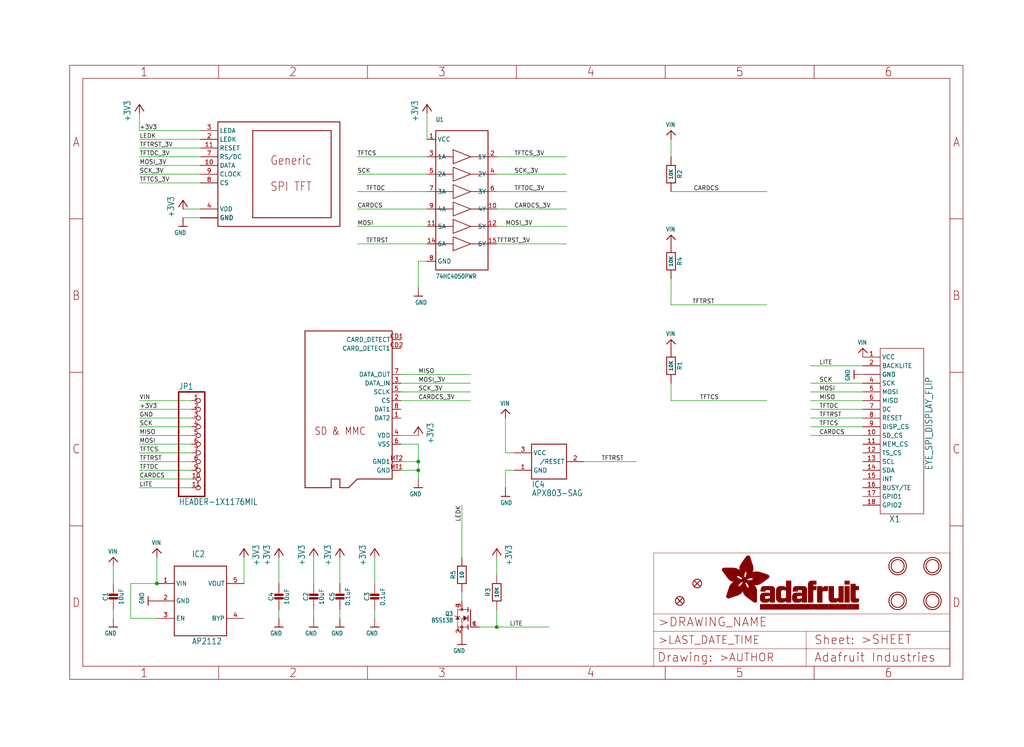
<source format=kicad_sch>
(kicad_sch (version 20211123) (generator eeschema)
  (paper "User" 298.45 217.881)
  (lib_symbols
    (symbol "eagleSchem-eagle-import:+3V3" (power)
      (property "Value" "+3V3" (at -2.54 -5.08 90))
      (symbol "+3V3_1_0"
        (pin power_in line (at 0 -2.54 90) (length 2.54) (name "+3V3") (number "1"))
      )
    )
    (symbol "eagleSchem-eagle-import:74HC4050DTSSOP"
      (property "Reference" "U" (at -7.62 22.86 0))
      (property "Value" "74HC4050DTSSOP" (at -7.62 -22.86 0))
      (symbol "74HC4050DTSSOP_1_0"
        (pin bidirectional line (at -10.16 17.78 0) (length 2.54) (name "VCC") (number "1"))
        (pin bidirectional line (at 10.16 -2.54 180) (length 2.54) (name "4Y") (number "10"))
        (pin bidirectional line (at -10.16 -7.62 0) (length 2.54) (name "5A") (number "11"))
        (pin bidirectional line (at 10.16 -7.62 180) (length 2.54) (name "5Y") (number "12"))
        (pin bidirectional line (at -10.16 -12.7 0) (length 2.54) (name "6A") (number "14"))
        (pin bidirectional line (at 10.16 -12.7 180) (length 2.54) (name "6Y") (number "15"))
        (pin bidirectional line (at 10.16 12.7 180) (length 2.54) (name "1Y") (number "2"))
        (pin bidirectional line (at -10.16 12.7 0) (length 2.54) (name "1A") (number "3"))
        (pin bidirectional line (at 10.16 7.62 180) (length 2.54) (name "2Y") (number "4"))
        (pin bidirectional line (at -10.16 7.62 0) (length 2.54) (name "2A") (number "5"))
        (pin bidirectional line (at 10.16 2.54 180) (length 2.54) (name "3Y") (number "6"))
        (pin bidirectional line (at -10.16 2.54 0) (length 2.54) (name "3A") (number "7"))
        (pin bidirectional line (at -10.16 -17.78 0) (length 2.54) (name "GND") (number "8"))
        (pin bidirectional line (at -10.16 -2.54 0) (length 2.54) (name "4A") (number "9"))
      )
    )
    (symbol "eagleSchem-eagle-import:AXP083-SAG"
      (property "Reference" "IC" (at -5.08 -7.62 0))
      (property "Value" "AXP083-SAG" (at -5.08 -10.16 0))
      (symbol "AXP083-SAG_1_0"
        (pin power_in line (at -10.16 -2.54 0) (length 5.08) (name "GND") (number "1"))
        (pin output line (at 10.16 0 180) (length 5.08) (name "/RESET") (number "2"))
        (pin power_in line (at -10.16 2.54 0) (length 5.08) (name "VCC") (number "3"))
      )
    )
    (symbol "eagleSchem-eagle-import:CAP_CERAMIC0603_NO"
      (property "Reference" "C" (at -2.29 1.25 90))
      (property "Value" "CAP_CERAMIC0603_NO" (at 2.3 1.25 90))
      (symbol "CAP_CERAMIC0603_NO_1_0"
        (pin passive line (at 0 5.08 270) (length 2.54) (name "1") (number "1"))
        (pin passive line (at 0 -2.54 90) (length 2.54) (name "2") (number "2"))
      )
    )
    (symbol "eagleSchem-eagle-import:CAP_CERAMIC0805-NOOUTLINE"
      (property "Reference" "C" (at -2.29 1.25 90))
      (property "Value" "CAP_CERAMIC0805-NOOUTLINE" (at 2.3 1.25 90))
      (symbol "CAP_CERAMIC0805-NOOUTLINE_1_0"
        (pin passive line (at 0 5.08 270) (length 2.54) (name "1") (number "1"))
        (pin passive line (at 0 -2.54 90) (length 2.54) (name "2") (number "2"))
      )
    )
    (symbol "eagleSchem-eagle-import:DISP_LCD_GENERIC_SPI_1.69_WRAPUNDER"
      (symbol "DISP_LCD_GENERIC_SPI_1.69_WRAPUNDER_1_0"
        (text "Generic" (at -5.08 2.54 0) (effects (font (size 2.54 2.159)) (justify left bottom)))
        (text "SPI TFT" (at -5.08 -5.08 0) (effects (font (size 2.54 2.159)) (justify left bottom)))
        (pin power_in line (at -25.4 -12.7 0) (length 5.08) (name "GND") (number "1"))
        (pin bidirectional line (at -25.4 2.54 0) (length 5.08) (name "DATA") (number "10"))
        (pin input line (at -25.4 7.62 0) (length 5.08) (name "RESET") (number "11"))
        (pin power_in line (at -25.4 -12.7 0) (length 5.08) (name "GND") (number "12"))
        (pin input line (at -25.4 10.16 0) (length 5.08) (name "LEDK") (number "2"))
        (pin input line (at -25.4 12.7 0) (length 5.08) (name "LEDA") (number "3"))
        (pin power_in line (at -25.4 -10.16 0) (length 5.08) (name "VDD") (number "4"))
        (pin power_in line (at -25.4 -12.7 0) (length 5.08) (name "GND") (number "5"))
        (pin power_in line (at -25.4 -12.7 0) (length 5.08) (name "GND") (number "6"))
        (pin input line (at -25.4 5.08 0) (length 5.08) (name "RS/DC") (number "7"))
        (pin input line (at -25.4 -2.54 0) (length 5.08) (name "CS") (number "8"))
        (pin input line (at -25.4 0 0) (length 5.08) (name "CLOCK") (number "9"))
      )
    )
    (symbol "eagleSchem-eagle-import:EYE_SPI_DISPLAY_FLIP"
      (property "Reference" "X" (at 2.54 -27.94 0))
      (property "Value" "EYE_SPI_DISPLAY_FLIP" (at 2.54 -27.94 0))
      (symbol "EYE_SPI_DISPLAY_FLIP_1_0"
        (pin power_in line (at -5.08 20.32 0) (length 5.08) (name "VCC") (number "1"))
        (pin input line (at -5.08 -2.54 0) (length 5.08) (name "SD_CS") (number "10"))
        (pin input line (at -5.08 -5.08 0) (length 5.08) (name "MEM_CS") (number "11"))
        (pin input line (at -5.08 -7.62 0) (length 5.08) (name "TS_CS") (number "12"))
        (pin input line (at -5.08 -10.16 0) (length 5.08) (name "SCL") (number "13"))
        (pin bidirectional line (at -5.08 -12.7 0) (length 5.08) (name "SDA") (number "14"))
        (pin output line (at -5.08 -15.24 0) (length 5.08) (name "INT") (number "15"))
        (pin output line (at -5.08 -17.78 0) (length 5.08) (name "BUSY/TE") (number "16"))
        (pin passive line (at -5.08 -20.32 0) (length 5.08) (name "GPIO1") (number "17"))
        (pin passive line (at -5.08 -22.86 0) (length 5.08) (name "GPIO2") (number "18"))
        (pin input line (at -5.08 17.78 0) (length 5.08) (name "BACKLITE") (number "2"))
        (pin power_in line (at -5.08 15.24 0) (length 5.08) (name "GND") (number "3"))
        (pin input line (at -5.08 12.7 0) (length 5.08) (name "SCK") (number "4"))
        (pin input line (at -5.08 10.16 0) (length 5.08) (name "MOSI") (number "5"))
        (pin output line (at -5.08 7.62 0) (length 5.08) (name "MISO") (number "6"))
        (pin input line (at -5.08 5.08 0) (length 5.08) (name "DC") (number "7"))
        (pin input line (at -5.08 2.54 0) (length 5.08) (name "RESET") (number "8"))
        (pin input line (at -5.08 0 0) (length 5.08) (name "DISP_CS") (number "9"))
        (pin power_in line (at -5.08 15.24 0) (length 5.08) (name "GND") (number "SUPPORT1"))
        (pin power_in line (at -5.08 15.24 0) (length 5.08) (name "GND") (number "SUPPORT2"))
      )
    )
    (symbol "eagleSchem-eagle-import:FIDUCIAL_1MM")
    (symbol "eagleSchem-eagle-import:FRAME_A4_ADAFRUIT"
      (symbol "FRAME_A4_ADAFRUIT_0_0"
        (text "1" (at 21.6958 1.905 0) (effects (font (size 2.54 2.286))))
        (text "1" (at 21.6958 177.165 0) (effects (font (size 2.54 2.286))))
        (text "2" (at 65.0875 1.905 0) (effects (font (size 2.54 2.286))))
        (text "2" (at 65.0875 177.165 0) (effects (font (size 2.54 2.286))))
        (text "3" (at 108.4792 1.905 0) (effects (font (size 2.54 2.286))))
        (text "3" (at 108.4792 177.165 0) (effects (font (size 2.54 2.286))))
        (text "4" (at 151.8708 1.905 0) (effects (font (size 2.54 2.286))))
        (text "4" (at 151.8708 177.165 0) (effects (font (size 2.54 2.286))))
        (text "5" (at 195.2625 1.905 0) (effects (font (size 2.54 2.286))))
        (text "5" (at 195.2625 177.165 0) (effects (font (size 2.54 2.286))))
        (text "6" (at 238.6542 1.905 0) (effects (font (size 2.54 2.286))))
        (text "6" (at 238.6542 177.165 0) (effects (font (size 2.54 2.286))))
        (text "A" (at 1.905 156.6863 0) (effects (font (size 2.54 2.286))))
        (text "A" (at 258.445 156.6863 0) (effects (font (size 2.54 2.286))))
        (text "B" (at 1.905 111.9188 0) (effects (font (size 2.54 2.286))))
        (text "B" (at 258.445 111.9188 0) (effects (font (size 2.54 2.286))))
        (text "C" (at 1.905 67.1513 0) (effects (font (size 2.54 2.286))))
        (text "C" (at 258.445 67.1513 0) (effects (font (size 2.54 2.286))))
        (text "D" (at 1.905 22.3838 0) (effects (font (size 2.54 2.286))))
        (text "D" (at 258.445 22.3838 0) (effects (font (size 2.54 2.286))))
      )
      (symbol "FRAME_A4_ADAFRUIT_1_0"
        (text ">AUTHOR" (at 189.23 5.08 0) (effects (font (size 2.286 2.286)) (justify left bottom)))
        (text ">DRAWING_NAME" (at 171.45 15.24 0) (effects (font (size 2.54 2.54)) (justify left bottom)))
        (text ">LAST_DATE_TIME" (at 171.45 10.16 0) (effects (font (size 2.286 2.286)) (justify left bottom)))
        (text ">SHEET" (at 230.505 10.16 0) (effects (font (size 2.54 2.54)) (justify left bottom)))
        (text "Adafruit Industries" (at 216.916 4.953 0) (effects (font (size 2.54 2.54)) (justify left bottom)))
        (text "Drawing:" (at 171.196 4.953 0) (effects (font (size 2.54 2.54)) (justify left bottom)))
        (text "Sheet:" (at 216.916 10.033 0) (effects (font (size 2.54 2.54)) (justify left bottom)))
      )
    )
    (symbol "eagleSchem-eagle-import:GND" (power)
      (property "Value" "GND" (at -1.524 -2.54 0))
      (symbol "GND_1_0"
        (pin power_in line (at 0 2.54 270) (length 2.54) (name "GND") (number "1"))
      )
    )
    (symbol "eagleSchem-eagle-import:HEADER-1X1176MIL"
      (property "Reference" "JP" (at -6.35 15.875 0))
      (property "Value" "HEADER-1X1176MIL" (at -6.35 -17.78 0))
      (symbol "HEADER-1X1176MIL_1_0"
        (pin passive inverted (at -2.54 12.7 0) (length 2.54) (name "1") (number "1"))
        (pin passive inverted (at -2.54 -10.16 0) (length 2.54) (name "10") (number "10"))
        (pin passive inverted (at -2.54 -12.7 0) (length 2.54) (name "11") (number "11"))
        (pin passive inverted (at -2.54 10.16 0) (length 2.54) (name "2") (number "2"))
        (pin passive inverted (at -2.54 7.62 0) (length 2.54) (name "3") (number "3"))
        (pin passive inverted (at -2.54 5.08 0) (length 2.54) (name "4") (number "4"))
        (pin passive inverted (at -2.54 2.54 0) (length 2.54) (name "5") (number "5"))
        (pin passive inverted (at -2.54 0 0) (length 2.54) (name "6") (number "6"))
        (pin passive inverted (at -2.54 -2.54 0) (length 2.54) (name "7") (number "7"))
        (pin passive inverted (at -2.54 -5.08 0) (length 2.54) (name "8") (number "8"))
        (pin passive inverted (at -2.54 -7.62 0) (length 2.54) (name "9") (number "9"))
      )
    )
    (symbol "eagleSchem-eagle-import:LP298XS"
      (property "Reference" "IC" (at -12.7 -5.08 90))
      (property "Value" "LP298XS" (at 12.7 -5.08 90))
      (symbol "LP298XS_1_0"
        (pin bidirectional line (at -5.08 -15.24 90) (length 5.08) (name "VIN") (number "1"))
        (pin bidirectional line (at 0 -15.24 90) (length 5.08) (name "GND") (number "2"))
        (pin bidirectional line (at 5.08 -15.24 90) (length 5.08) (name "EN") (number "3"))
        (pin bidirectional line (at 5.08 10.16 270) (length 5.08) (name "BYP") (number "4"))
        (pin bidirectional line (at -5.08 10.16 270) (length 5.08) (name "VOUT") (number "5"))
      )
    )
    (symbol "eagleSchem-eagle-import:MICROSD"
      (symbol "MICROSD_1_0"
        (text "SD & MMC" (at -7.62 -10.16 0) (effects (font (size 2.1844 1.8567)) (justify left bottom)))
        (pin bidirectional line (at -17.78 -5.08 0) (length 2.54) (name "DAT2") (number "1"))
        (pin input line (at -17.78 0 0) (length 2.54) (name "CS") (number "2"))
        (pin input line (at -17.78 5.08 0) (length 2.54) (name "DATA_IN") (number "3"))
        (pin power_in line (at -17.78 -10.16 0) (length 2.54) (name "VDD") (number "4"))
        (pin input line (at -17.78 2.54 0) (length 2.54) (name "SCLK") (number "5"))
        (pin power_in line (at -17.78 -12.7 0) (length 2.54) (name "VSS") (number "6"))
        (pin output line (at -17.78 7.62 0) (length 2.54) (name "DATA_OUT") (number "7"))
        (pin bidirectional line (at -17.78 -2.54 0) (length 2.54) (name "DAT1") (number "8"))
        (pin passive line (at -17.78 17.78 0) (length 2.54) (name "CARD_DETECT") (number "CD1"))
        (pin passive line (at -17.78 15.24 0) (length 2.54) (name "CARD_DETECT1") (number "CD2"))
        (pin power_in line (at -17.78 -20.32 0) (length 2.54) (name "GND") (number "MT1"))
        (pin power_in line (at -17.78 -17.78 0) (length 2.54) (name "GND1") (number "MT2"))
      )
    )
    (symbol "eagleSchem-eagle-import:MOSFET-NWIDE"
      (property "Reference" "Q" (at 5.08 0.635 0))
      (property "Value" "MOSFET-NWIDE" (at 5.08 -1.27 0))
      (symbol "MOSFET-NWIDE_1_0"
        (text "D" (at 3.175 3.175 0) (effects (font (size 0.8128 0.6908)) (justify left bottom)))
        (text "G" (at -1.27 -1.905 0) (effects (font (size 0.8128 0.6908)) (justify left bottom)))
        (text "S" (at 3.175 -3.81 0) (effects (font (size 0.8128 0.6908)) (justify left bottom)))
        (pin bidirectional line (at -2.54 -2.54 0) (length 2.54) (name "G") (number "1"))
        (pin bidirectional line (at 2.54 -5.08 90) (length 2.54) (name "S") (number "2"))
        (pin bidirectional line (at 2.54 5.08 270) (length 2.54) (name "D") (number "3"))
      )
    )
    (symbol "eagleSchem-eagle-import:MOUNTINGHOLE2.5")
    (symbol "eagleSchem-eagle-import:RESISTOR_0603_NOOUT"
      (property "Reference" "R" (at 0 2.54 0))
      (property "Value" "RESISTOR_0603_NOOUT" (at 0 0 0))
      (symbol "RESISTOR_0603_NOOUT_1_0"
        (pin passive line (at -5.08 0 0) (length 2.54) (name "1") (number "1"))
        (pin passive line (at 5.08 0 180) (length 2.54) (name "2") (number "2"))
      )
    )
    (symbol "eagleSchem-eagle-import:VIN" (power)
      (property "Value" "VIN" (at -1.524 1.016 0))
      (symbol "VIN_1_0"
        (pin power_in line (at 0 -2.54 90) (length 2.54) (name "VIN") (number "1"))
      )
    )
  )
  (junction (at 45.72 170.18))
  (junction (at 144.78 182.88))
  (junction (at 121.92 134.62))
  (junction (at 121.92 137.16))
  (wire (pts (xy 91.44 162.56) (xy 91.44 170.18)))
  (wire (pts (xy 137.16 116.84) (xy 116.84 116.84)))
  (wire (pts (xy 40.64 127) (xy 55.88 127)))
  (wire (pts (xy 104.14 50.8) (xy 124.46 50.8)))
  (wire (pts (xy 40.64 50.8) (xy 58.42 50.8)))
  (wire (pts (xy 109.22 180.34) (xy 109.22 177.8)))
  (wire (pts (xy 99.06 162.56) (xy 99.06 170.18)))
  (wire (pts (xy 55.88 116.84) (xy 40.64 116.84)))
  (wire (pts (xy 195.58 45.72) (xy 195.58 40.64)))
  (wire (pts (xy 45.72 180.34) (xy 38.1 180.34)))
  (wire (pts (xy 147.32 137.16) (xy 149.86 137.16)))
  (wire (pts (xy 144.78 66.04) (xy 165.1 66.04)))
  (wire (pts (xy 165.1 60.96) (xy 144.78 60.96)))
  (wire (pts (xy 104.14 71.12) (xy 124.46 71.12)))
  (wire (pts (xy 139.7 182.88) (xy 144.78 182.88)))
  (wire (pts (xy 71.12 162.56) (xy 71.12 170.18)))
  (wire (pts (xy 236.22 116.84) (xy 251.46 116.84)))
  (wire (pts (xy 38.1 170.18) (xy 45.72 170.18)))
  (wire (pts (xy 160.02 182.88) (xy 144.78 182.88)))
  (wire (pts (xy 121.92 127) (xy 116.84 127)))
  (wire (pts (xy 251.46 111.76) (xy 236.22 111.76)))
  (wire (pts (xy 137.16 114.3) (xy 116.84 114.3)))
  (wire (pts (xy 144.78 182.88) (xy 144.78 177.8)))
  (wire (pts (xy 170.18 134.62) (xy 185.42 134.62)))
  (wire (pts (xy 81.28 162.56) (xy 81.28 170.18)))
  (wire (pts (xy 40.64 119.38) (xy 55.88 119.38)))
  (wire (pts (xy 40.64 33.02) (xy 40.64 38.1)))
  (wire (pts (xy 58.42 43.18) (xy 40.64 43.18)))
  (wire (pts (xy 195.58 88.9) (xy 223.52 88.9)))
  (wire (pts (xy 38.1 180.34) (xy 38.1 170.18)))
  (wire (pts (xy 144.78 45.72) (xy 165.1 45.72)))
  (wire (pts (xy 121.92 134.62) (xy 121.92 137.16)))
  (wire (pts (xy 124.46 76.2) (xy 121.92 76.2)))
  (wire (pts (xy 33.02 165.1) (xy 33.02 170.18)))
  (wire (pts (xy 251.46 114.3) (xy 236.22 114.3)))
  (wire (pts (xy 121.92 129.54) (xy 121.92 134.62)))
  (wire (pts (xy 40.64 132.08) (xy 55.88 132.08)))
  (wire (pts (xy 116.84 137.16) (xy 121.92 137.16)))
  (wire (pts (xy 165.1 50.8) (xy 144.78 50.8)))
  (wire (pts (xy 223.52 55.88) (xy 195.58 55.88)))
  (wire (pts (xy 121.92 137.16) (xy 121.92 139.7)))
  (wire (pts (xy 55.88 139.7) (xy 40.64 139.7)))
  (wire (pts (xy 195.58 88.9) (xy 195.58 81.28)))
  (wire (pts (xy 91.44 180.34) (xy 91.44 177.8)))
  (wire (pts (xy 104.14 60.96) (xy 124.46 60.96)))
  (wire (pts (xy 116.84 129.54) (xy 121.92 129.54)))
  (wire (pts (xy 121.92 76.2) (xy 121.92 83.82)))
  (wire (pts (xy 251.46 121.92) (xy 236.22 121.92)))
  (wire (pts (xy 109.22 162.56) (xy 109.22 170.18)))
  (wire (pts (xy 58.42 53.34) (xy 40.64 53.34)))
  (wire (pts (xy 147.32 142.24) (xy 147.32 137.16)))
  (wire (pts (xy 33.02 180.34) (xy 33.02 177.8)))
  (wire (pts (xy 251.46 119.38) (xy 236.22 119.38)))
  (wire (pts (xy 134.62 172.72) (xy 134.62 175.26)))
  (wire (pts (xy 137.16 111.76) (xy 116.84 111.76)))
  (wire (pts (xy 144.78 71.12) (xy 165.1 71.12)))
  (wire (pts (xy 55.88 142.24) (xy 40.64 142.24)))
  (wire (pts (xy 58.42 45.72) (xy 40.64 45.72)))
  (wire (pts (xy 55.88 124.46) (xy 40.64 124.46)))
  (wire (pts (xy 58.42 40.64) (xy 40.64 40.64)))
  (wire (pts (xy 81.28 180.34) (xy 81.28 177.8)))
  (wire (pts (xy 99.06 180.34) (xy 99.06 177.8)))
  (wire (pts (xy 195.58 116.84) (xy 195.58 111.76)))
  (wire (pts (xy 149.86 132.08) (xy 147.32 132.08)))
  (wire (pts (xy 55.88 121.92) (xy 40.64 121.92)))
  (wire (pts (xy 124.46 45.72) (xy 104.14 45.72)))
  (wire (pts (xy 124.46 40.64) (xy 124.46 33.02)))
  (wire (pts (xy 58.42 60.96) (xy 53.34 60.96)))
  (wire (pts (xy 236.22 124.46) (xy 251.46 124.46)))
  (wire (pts (xy 116.84 134.62) (xy 121.92 134.62)))
  (wire (pts (xy 251.46 106.68) (xy 236.22 106.68)))
  (wire (pts (xy 58.42 38.1) (xy 40.64 38.1)))
  (wire (pts (xy 251.46 127) (xy 236.22 127)))
  (wire (pts (xy 45.72 162.56) (xy 45.72 170.18)))
  (wire (pts (xy 58.42 48.26) (xy 40.64 48.26)))
  (wire (pts (xy 147.32 121.92) (xy 147.32 132.08)))
  (wire (pts (xy 116.84 109.22) (xy 137.16 109.22)))
  (wire (pts (xy 144.78 162.56) (xy 144.78 167.64)))
  (wire (pts (xy 53.34 63.5) (xy 58.42 63.5)))
  (wire (pts (xy 104.14 66.04) (xy 124.46 66.04)))
  (wire (pts (xy 195.58 116.84) (xy 223.52 116.84)))
  (wire (pts (xy 55.88 129.54) (xy 40.64 129.54)))
  (wire (pts (xy 55.88 134.62) (xy 40.64 134.62)))
  (wire (pts (xy 134.62 147.32) (xy 134.62 162.56)))
  (wire (pts (xy 165.1 55.88) (xy 144.78 55.88)))
  (wire (pts (xy 104.14 55.88) (xy 124.46 55.88)))
  (wire (pts (xy 55.88 137.16) (xy 40.64 137.16)))
  (label "TFTCS_3V" (at 40.64 53.34 0) (effects (font (size 1.2446 1.2446))))
  (label "SCK_3V" (at 149.86 50.8 0) (effects (font (size 1.2446 1.2446))))
  (label "TFTCS_3V" (at 149.86 45.72 0) (effects (font (size 1.2446 1.2446))))
  (label "+3V3" (at 40.64 38.1 0) (effects (font (size 1.2446 1.2446))))
  (label "VIN" (at 40.64 116.84 0) (effects (font (size 1.2446 1.2446))))
  (label "MISO" (at 121.92 109.22 0) (effects (font (size 1.2446 1.2446))))
  (label "TFTRST" (at 208.28 88.9 180) (effects (font (size 1.2446 1.2446))))
  (label "TFTDC" (at 238.76 119.38 0) (effects (font (size 1.2446 1.2446))))
  (label "LITE" (at 40.64 142.24 0) (effects (font (size 1.2446 1.2446))))
  (label "TFTRST_3V" (at 40.64 43.18 0) (effects (font (size 1.2446 1.2446))))
  (label "TFTRST" (at 175.26 134.62 0) (effects (font (size 1.2446 1.2446))))
  (label "TFTDC" (at 40.64 137.16 0) (effects (font (size 1.2446 1.2446))))
  (label "TFTDC_3V" (at 149.86 55.88 0) (effects (font (size 1.2446 1.2446))))
  (label "LITE" (at 238.76 106.68 0) (effects (font (size 1.2446 1.2446))))
  (label "SCK" (at 238.76 111.76 0) (effects (font (size 1.2446 1.2446))))
  (label "+3V3" (at 40.64 119.38 0) (effects (font (size 1.2446 1.2446))))
  (label "LEDK" (at 40.64 40.64 0) (effects (font (size 1.2446 1.2446))))
  (label "TFTDC_3V" (at 40.64 45.72 0) (effects (font (size 1.2446 1.2446))))
  (label "MOSI_3V" (at 40.64 48.26 0) (effects (font (size 1.2446 1.2446))))
  (label "SCK" (at 40.64 124.46 0) (effects (font (size 1.2446 1.2446))))
  (label "SCK_3V" (at 121.92 114.3 0) (effects (font (size 1.2446 1.2446))))
  (label "CARDCS" (at 104.14 60.96 0) (effects (font (size 1.2446 1.2446))))
  (label "TFTRST_3V" (at 144.78 71.12 0) (effects (font (size 1.2446 1.2446))))
  (label "MISO" (at 40.64 127 0) (effects (font (size 1.2446 1.2446))))
  (label "TFTDC" (at 106.68 55.88 0) (effects (font (size 1.2446 1.2446))))
  (label "SCK" (at 104.14 50.8 0) (effects (font (size 1.2446 1.2446))))
  (label "CARDCS" (at 40.64 139.7 0) (effects (font (size 1.2446 1.2446))))
  (label "GND" (at 40.64 121.92 0) (effects (font (size 1.2446 1.2446))))
  (label "TFTCS" (at 238.76 124.46 0) (effects (font (size 1.2446 1.2446))))
  (label "MISO" (at 238.76 116.84 0) (effects (font (size 1.2446 1.2446))))
  (label "CARDCS_3V" (at 121.92 116.84 0) (effects (font (size 1.2446 1.2446))))
  (label "LEDK" (at 134.62 147.32 270) (effects (font (size 1.2446 1.2446))))
  (label "CARDCS" (at 209.55 55.88 180) (effects (font (size 1.2446 1.2446))))
  (label "MOSI_3V" (at 121.92 111.76 0) (effects (font (size 1.2446 1.2446))))
  (label "CARDCS" (at 238.76 127 0) (effects (font (size 1.2446 1.2446))))
  (label "MOSI" (at 238.76 114.3 0) (effects (font (size 1.2446 1.2446))))
  (label "CARDCS_3V" (at 149.86 60.96 0) (effects (font (size 1.2446 1.2446))))
  (label "MOSI_3V" (at 147.32 66.04 0) (effects (font (size 1.2446 1.2446))))
  (label "MOSI" (at 40.64 129.54 0) (effects (font (size 1.2446 1.2446))))
  (label "TFTCS" (at 40.64 132.08 0) (effects (font (size 1.2446 1.2446))))
  (label "TFTRST" (at 40.64 134.62 0) (effects (font (size 1.2446 1.2446))))
  (label "MOSI" (at 104.14 66.04 0) (effects (font (size 1.2446 1.2446))))
  (label "TFTCS" (at 209.55 116.84 180) (effects (font (size 1.2446 1.2446))))
  (label "SCK_3V" (at 40.64 50.8 0) (effects (font (size 1.2446 1.2446))))
  (label "TFTRST" (at 238.76 121.92 0) (effects (font (size 1.2446 1.2446))))
  (label "TFTCS" (at 104.14 45.72 0) (effects (font (size 1.2446 1.2446))))
  (label "LITE" (at 152.4 182.88 180) (effects (font (size 1.2446 1.2446))))
  (label "TFTRST" (at 106.68 71.12 0) (effects (font (size 1.2446 1.2446))))
  (symbol (lib_id "eagleSchem-eagle-import:RESISTOR_0603_NOOUT") (at 195.58 50.8 270) (mirror x) (unit 1)
    (property "Reference" "R2" (at 198.12 50.8 0))
    (property "Value" "10K" (at 195.58 50.8 0) (effects (font (size 1.016 1.016) bold)))
    (property "Footprint" "eagleSchem:0603-NO" (effects hide))
  )
  (symbol (lib_id "eagleSchem-eagle-import:RESISTOR_0603_NOOUT") (at 195.58 76.2 270) (mirror x) (unit 1)
    (property "Reference" "R4" (at 198.12 76.2 0))
    (property "Value" "10K" (at 195.58 76.2 0) (effects (font (size 1.016 1.016) bold)))
    (property "Footprint" "eagleSchem:0603-NO" (effects hide))
  )
  (symbol (lib_id "eagleSchem-eagle-import:AXP083-SAG") (at 160.02 134.62 0) (unit 1)
    (property "Reference" "IC4" (at 154.94 142.24 0) (effects (font (size 1.778 1.5113)) (justify left bottom)))
    (property "Value" "APX803-SAG" (at 154.94 144.78 0) (effects (font (size 1.778 1.5113)) (justify left bottom)))
    (property "Footprint" "eagleSchem:SOT23" (effects hide))
  )
  (symbol (lib_id "eagleSchem-eagle-import:FIDUCIAL_1MM") (at 198.12 175.26 0) (unit 1)
    (property "Reference" "U$4" (effects hide))
    (property "Value" "FIDUCIAL_1MM" (effects hide))
    (property "Footprint" "eagleSchem:FIDUCIAL_1MM" (effects hide))
  )
  (symbol (lib_id "eagleSchem-eagle-import:MOUNTINGHOLE2.5") (at 261.62 165.1 0) (unit 1)
    (property "Reference" "U$10" (effects hide))
    (property "Value" "MOUNTINGHOLE2.5" (effects hide))
    (property "Footprint" "eagleSchem:MOUNTINGHOLE_2.5_PLATED" (effects hide))
  )
  (symbol (lib_id "eagleSchem-eagle-import:CAP_CERAMIC0603_NO") (at 109.22 175.26 0) (unit 1)
    (property "Reference" "C3" (at 106.93 174.01 90))
    (property "Value" "0.1uF" (at 111.52 174.01 90))
    (property "Footprint" "eagleSchem:0603-NO" (effects hide))
  )
  (symbol (lib_id "eagleSchem-eagle-import:CAP_CERAMIC0805-NOOUTLINE") (at 81.28 175.26 0) (unit 1)
    (property "Reference" "C4" (at 78.99 174.01 90))
    (property "Value" "10uF" (at 83.58 174.01 90))
    (property "Footprint" "eagleSchem:0805-NO" (effects hide))
  )
  (symbol (lib_id "eagleSchem-eagle-import:GND") (at 53.34 66.04 0) (unit 1)
    (property "Reference" "#GND8" (effects hide))
    (property "Value" "GND" (at 50.8 68.58 0) (effects (font (size 1.27 1.0795)) (justify left bottom)))
    (property "Footprint" "eagleSchem:" (effects hide))
  )
  (symbol (lib_id "eagleSchem-eagle-import:VIN") (at 147.32 119.38 0) (unit 1)
    (property "Reference" "#U$17" (effects hide))
    (property "Value" "VIN" (at 145.796 118.364 0) (effects (font (size 1.27 1.0795)) (justify left bottom)))
    (property "Footprint" "eagleSchem:" (effects hide))
  )
  (symbol (lib_id "eagleSchem-eagle-import:HEADER-1X1176MIL") (at 58.42 129.54 0) (unit 1)
    (property "Reference" "JP1" (at 52.07 113.665 0) (effects (font (size 1.778 1.5113)) (justify left bottom)))
    (property "Value" "HEADER-1X1176MIL" (at 52.07 147.32 0) (effects (font (size 1.778 1.5113)) (justify left bottom)))
    (property "Footprint" "eagleSchem:1X11_ROUND_76" (effects hide))
  )
  (symbol (lib_id "eagleSchem-eagle-import:74HC4050DTSSOP") (at 134.62 58.42 0) (unit 1)
    (property "Reference" "U1" (at 127 35.56 0) (effects (font (size 1.27 1.0795)) (justify left bottom)))
    (property "Value" "74HC4050PWR" (at 127 81.28 0) (effects (font (size 1.27 1.0795)) (justify left bottom)))
    (property "Footprint" "eagleSchem:TSSOP16" (effects hide))
  )
  (symbol (lib_id "eagleSchem-eagle-import:RESISTOR_0603_NOOUT") (at 134.62 167.64 90) (unit 1)
    (property "Reference" "R5" (at 132.08 167.64 0))
    (property "Value" "10" (at 134.62 167.64 0) (effects (font (size 1.016 1.016) bold)))
    (property "Footprint" "eagleSchem:0603-NO" (effects hide))
  )
  (symbol (lib_id "eagleSchem-eagle-import:+3V3") (at 53.34 58.42 0) (unit 1)
    (property "Reference" "#+3V7" (effects hide))
    (property "Value" "+3V3" (at 50.8 63.5 90) (effects (font (size 1.778 1.5113)) (justify left bottom)))
    (property "Footprint" "eagleSchem:" (effects hide))
  )
  (symbol (lib_id "eagleSchem-eagle-import:+3V3") (at 81.28 160.02 0) (unit 1)
    (property "Reference" "#+3V8" (effects hide))
    (property "Value" "+3V3" (at 78.74 165.1 90) (effects (font (size 1.778 1.5113)) (justify left bottom)))
    (property "Footprint" "eagleSchem:" (effects hide))
  )
  (symbol (lib_id "eagleSchem-eagle-import:+3V3") (at 71.12 160.02 0) (mirror y) (unit 1)
    (property "Reference" "#+3V2" (effects hide))
    (property "Value" "+3V3" (at 73.66 165.1 90) (effects (font (size 1.778 1.5113)) (justify left bottom)))
    (property "Footprint" "eagleSchem:" (effects hide))
  )
  (symbol (lib_id "eagleSchem-eagle-import:CAP_CERAMIC0805-NOOUTLINE") (at 33.02 175.26 0) (unit 1)
    (property "Reference" "C1" (at 30.73 174.01 90))
    (property "Value" "10uF" (at 35.32 174.01 90))
    (property "Footprint" "eagleSchem:0805-NO" (effects hide))
  )
  (symbol (lib_id "eagleSchem-eagle-import:DISP_LCD_GENERIC_SPI_1.69_WRAPUNDER") (at 83.82 50.8 0) (unit 1)
    (property "Reference" "DISP1" (effects hide))
    (property "Value" "DISP_LCD_GENERIC_SPI_1.69_WRAPUNDER" (effects hide))
    (property "Footprint" "eagleSchem:TFT_1.69IN_240X280_12P" (effects hide))
  )
  (symbol (lib_id "eagleSchem-eagle-import:VIN") (at 45.72 160.02 0) (unit 1)
    (property "Reference" "#U$12" (effects hide))
    (property "Value" "VIN" (at 44.196 159.004 0) (effects (font (size 1.27 1.0795)) (justify left bottom)))
    (property "Footprint" "eagleSchem:" (effects hide))
  )
  (symbol (lib_id "eagleSchem-eagle-import:VIN") (at 195.58 68.58 0) (unit 1)
    (property "Reference" "#U$15" (effects hide))
    (property "Value" "VIN" (at 194.056 67.564 0) (effects (font (size 1.27 1.0795)) (justify left bottom)))
    (property "Footprint" "eagleSchem:" (effects hide))
  )
  (symbol (lib_id "eagleSchem-eagle-import:GND") (at 33.02 182.88 0) (unit 1)
    (property "Reference" "#GND12" (effects hide))
    (property "Value" "GND" (at 30.48 185.42 0) (effects (font (size 1.27 1.0795)) (justify left bottom)))
    (property "Footprint" "eagleSchem:" (effects hide))
  )
  (symbol (lib_id "eagleSchem-eagle-import:+3V3") (at 109.22 160.02 0) (unit 1)
    (property "Reference" "#+3V10" (effects hide))
    (property "Value" "+3V3" (at 106.68 165.1 90) (effects (font (size 1.778 1.5113)) (justify left bottom)))
    (property "Footprint" "eagleSchem:" (effects hide))
  )
  (symbol (lib_id "eagleSchem-eagle-import:VIN") (at 251.46 101.6 0) (unit 1)
    (property "Reference" "#U$3" (effects hide))
    (property "Value" "VIN" (at 249.936 100.584 0) (effects (font (size 1.27 1.0795)) (justify left bottom)))
    (property "Footprint" "eagleSchem:" (effects hide))
  )
  (symbol (lib_id "eagleSchem-eagle-import:GND") (at 134.62 187.96 0) (unit 1)
    (property "Reference" "#GND5" (effects hide))
    (property "Value" "GND" (at 132.08 190.5 0) (effects (font (size 1.27 1.0795)) (justify left bottom)))
    (property "Footprint" "eagleSchem:" (effects hide))
  )
  (symbol (lib_id "eagleSchem-eagle-import:RESISTOR_0603_NOOUT") (at 144.78 172.72 90) (unit 1)
    (property "Reference" "R3" (at 142.24 172.72 0))
    (property "Value" "10K" (at 144.78 172.72 0) (effects (font (size 1.016 1.016) bold)))
    (property "Footprint" "eagleSchem:0603-NO" (effects hide))
  )
  (symbol (lib_id "eagleSchem-eagle-import:MICROSD") (at 99.06 116.84 0) (mirror y) (unit 1)
    (property "Reference" "Q2" (effects hide))
    (property "Value" "MICROSD" (effects hide))
    (property "Footprint" "eagleSchem:MICROSD" (effects hide))
  )
  (symbol (lib_id "eagleSchem-eagle-import:GND") (at 43.18 175.26 270) (unit 1)
    (property "Reference" "#GND9" (effects hide))
    (property "Value" "GND" (at 40.64 172.72 0) (effects (font (size 1.27 1.0795)) (justify left bottom)))
    (property "Footprint" "eagleSchem:" (effects hide))
  )
  (symbol (lib_id "eagleSchem-eagle-import:MOSFET-NWIDE") (at 137.16 180.34 0) (mirror y) (unit 1)
    (property "Reference" "Q3" (at 132.08 179.705 0) (effects (font (size 1.27 1.0795)) (justify left bottom)))
    (property "Value" "BSS138" (at 132.08 181.61 0) (effects (font (size 1.27 1.0795)) (justify left bottom)))
    (property "Footprint" "eagleSchem:SOT23-WIDE" (effects hide))
  )
  (symbol (lib_id "eagleSchem-eagle-import:GND") (at 248.92 109.22 270) (unit 1)
    (property "Reference" "#U$18" (effects hide))
    (property "Value" "GND" (at 246.38 107.696 0) (effects (font (size 1.27 1.0795)) (justify left bottom)))
    (property "Footprint" "eagleSchem:" (effects hide))
  )
  (symbol (lib_id "eagleSchem-eagle-import:GND") (at 91.44 182.88 0) (unit 1)
    (property "Reference" "#GND11" (effects hide))
    (property "Value" "GND" (at 88.9 185.42 0) (effects (font (size 1.27 1.0795)) (justify left bottom)))
    (property "Footprint" "eagleSchem:" (effects hide))
  )
  (symbol (lib_id "eagleSchem-eagle-import:+3V3") (at 124.46 30.48 0) (unit 1)
    (property "Reference" "#+3V12" (effects hide))
    (property "Value" "+3V3" (at 121.92 35.56 90) (effects (font (size 1.778 1.5113)) (justify left bottom)))
    (property "Footprint" "eagleSchem:" (effects hide))
  )
  (symbol (lib_id "eagleSchem-eagle-import:+3V3") (at 144.78 160.02 0) (mirror y) (unit 1)
    (property "Reference" "#+3V9" (effects hide))
    (property "Value" "+3V3" (at 147.32 165.1 90) (effects (font (size 1.778 1.5113)) (justify left bottom)))
    (property "Footprint" "eagleSchem:" (effects hide))
  )
  (symbol (lib_id "eagleSchem-eagle-import:MOUNTINGHOLE2.5") (at 271.78 175.26 0) (unit 1)
    (property "Reference" "U$9" (effects hide))
    (property "Value" "MOUNTINGHOLE2.5" (effects hide))
    (property "Footprint" "eagleSchem:MOUNTINGHOLE_2.5_PLATED" (effects hide))
  )
  (symbol (lib_id "eagleSchem-eagle-import:+3V3") (at 99.06 160.02 0) (unit 1)
    (property "Reference" "#+3V11" (effects hide))
    (property "Value" "+3V3" (at 96.52 165.1 90) (effects (font (size 1.778 1.5113)) (justify left bottom)))
    (property "Footprint" "eagleSchem:" (effects hide))
  )
  (symbol (lib_id "eagleSchem-eagle-import:VIN") (at 195.58 38.1 0) (unit 1)
    (property "Reference" "#U$14" (effects hide))
    (property "Value" "VIN" (at 194.056 37.084 0) (effects (font (size 1.27 1.0795)) (justify left bottom)))
    (property "Footprint" "eagleSchem:" (effects hide))
  )
  (symbol (lib_id "eagleSchem-eagle-import:VIN") (at 195.58 99.06 0) (unit 1)
    (property "Reference" "#U$16" (effects hide))
    (property "Value" "VIN" (at 194.056 98.044 0) (effects (font (size 1.27 1.0795)) (justify left bottom)))
    (property "Footprint" "eagleSchem:" (effects hide))
  )
  (symbol (lib_id "eagleSchem-eagle-import:CAP_CERAMIC0805-NOOUTLINE") (at 91.44 175.26 0) (unit 1)
    (property "Reference" "C2" (at 89.15 174.01 90))
    (property "Value" "10uF" (at 93.74 174.01 90))
    (property "Footprint" "eagleSchem:0805-NO" (effects hide))
  )
  (symbol (lib_id "eagleSchem-eagle-import:MOUNTINGHOLE2.5") (at 271.78 165.1 0) (unit 1)
    (property "Reference" "U$8" (effects hide))
    (property "Value" "MOUNTINGHOLE2.5" (effects hide))
    (property "Footprint" "eagleSchem:MOUNTINGHOLE_2.5_PLATED" (effects hide))
  )
  (symbol (lib_id "eagleSchem-eagle-import:MOUNTINGHOLE2.5") (at 261.62 175.26 0) (unit 1)
    (property "Reference" "U$7" (effects hide))
    (property "Value" "MOUNTINGHOLE2.5" (effects hide))
    (property "Footprint" "eagleSchem:MOUNTINGHOLE_2.5_PLATED" (effects hide))
  )
  (symbol (lib_id "eagleSchem-eagle-import:FIDUCIAL_1MM") (at 203.2 170.18 0) (unit 1)
    (property "Reference" "U$5" (effects hide))
    (property "Value" "FIDUCIAL_1MM" (effects hide))
    (property "Footprint" "eagleSchem:FIDUCIAL_1MM" (effects hide))
  )
  (symbol (lib_id "eagleSchem-eagle-import:+3V3") (at 40.64 30.48 0) (unit 1)
    (property "Reference" "#+3V13" (effects hide))
    (property "Value" "+3V3" (at 38.1 35.56 90) (effects (font (size 1.778 1.5113)) (justify left bottom)))
    (property "Footprint" "eagleSchem:" (effects hide))
  )
  (symbol (lib_id "eagleSchem-eagle-import:GND") (at 121.92 86.36 0) (mirror y) (unit 1)
    (property "Reference" "#GND7" (effects hide))
    (property "Value" "GND" (at 124.46 88.9 0) (effects (font (size 1.27 1.0795)) (justify left bottom)))
    (property "Footprint" "eagleSchem:" (effects hide))
  )
  (symbol (lib_id "eagleSchem-eagle-import:+3V3") (at 91.44 160.02 0) (unit 1)
    (property "Reference" "#+3V6" (effects hide))
    (property "Value" "+3V3" (at 88.9 165.1 90) (effects (font (size 1.778 1.5113)) (justify left bottom)))
    (property "Footprint" "eagleSchem:" (effects hide))
  )
  (symbol (lib_id "eagleSchem-eagle-import:VIN") (at 33.02 162.56 0) (unit 1)
    (property "Reference" "#U$13" (effects hide))
    (property "Value" "VIN" (at 31.496 161.544 0) (effects (font (size 1.27 1.0795)) (justify left bottom)))
    (property "Footprint" "eagleSchem:" (effects hide))
  )
  (symbol (lib_id "eagleSchem-eagle-import:GND") (at 147.32 144.78 0) (unit 1)
    (property "Reference" "#U$11" (effects hide))
    (property "Value" "GND" (at 145.796 147.32 0) (effects (font (size 1.27 1.0795)) (justify left bottom)))
    (property "Footprint" "eagleSchem:" (effects hide))
  )
  (symbol (lib_id "eagleSchem-eagle-import:FRAME_A4_ADAFRUIT") (at 20.32 198.12 0) (unit 1)
    (property "Reference" "#U$6" (effects hide))
    (property "Value" "FRAME_A4_ADAFRUIT" (effects hide))
    (property "Footprint" "eagleSchem:" (effects hide))
  )
  (symbol (lib_id "eagleSchem-eagle-import:+3V3") (at 121.92 124.46 0) (mirror y) (unit 1)
    (property "Reference" "#+3V4" (effects hide))
    (property "Value" "+3V3" (at 124.46 129.54 90) (effects (font (size 1.778 1.5113)) (justify left bottom)))
    (property "Footprint" "eagleSchem:" (effects hide))
  )
  (symbol (lib_id "eagleSchem-eagle-import:GND") (at 81.28 182.88 0) (unit 1)
    (property "Reference" "#GND13" (effects hide))
    (property "Value" "GND" (at 78.74 185.42 0) (effects (font (size 1.27 1.0795)) (justify left bottom)))
    (property "Footprint" "eagleSchem:" (effects hide))
  )
  (symbol (lib_id "eagleSchem-eagle-import:GND") (at 121.92 142.24 0) (unit 1)
    (property "Reference" "#GND1" (effects hide))
    (property "Value" "GND" (at 119.38 144.78 0) (effects (font (size 1.27 1.0795)) (justify left bottom)))
    (property "Footprint" "eagleSchem:" (effects hide))
  )
  (symbol (lib_id "eagleSchem-eagle-import:EYE_SPI_DISPLAY_FLIP") (at 256.54 124.46 0) (unit 1)
    (property "Reference" "X1" (at 259.08 152.4 0) (effects (font (size 1.9304 1.6408)) (justify left bottom)))
    (property "Value" "EYE_SPI_DISPLAY_FLIP" (at 271.78 137.16 90) (effects (font (size 1.9304 1.6408)) (justify left bottom)))
    (property "Footprint" "eagleSchem:EYE_SPI_DISPLAY_BOTCONTACT" (effects hide))
  )
  (symbol (lib_id "eagleSchem-eagle-import:CAP_CERAMIC0603_NO") (at 99.06 175.26 0) (unit 1)
    (property "Reference" "C5" (at 96.77 174.01 90))
    (property "Value" "0.1uF" (at 101.36 174.01 90))
    (property "Footprint" "eagleSchem:0603-NO" (effects hide))
  )
  (symbol (lib_id "eagleSchem-eagle-import:RESISTOR_0603_NOOUT") (at 195.58 106.68 270) (mirror x) (unit 1)
    (property "Reference" "R1" (at 198.12 106.68 0))
    (property "Value" "10K" (at 195.58 106.68 0) (effects (font (size 1.016 1.016) bold)))
    (property "Footprint" "eagleSchem:0603-NO" (effects hide))
  )
  (symbol (lib_id "eagleSchem-eagle-import:LP298XS") (at 60.96 175.26 270) (unit 1)
    (property "Reference" "IC2" (at 55.88 162.56 90) (effects (font (size 1.778 1.5113)) (justify left bottom)))
    (property "Value" "AP2112" (at 55.88 187.96 90) (effects (font (size 1.778 1.5113)) (justify left bottom)))
    (property "Footprint" "eagleSchem:SOT23-5L" (effects hide))
  )
  (symbol (lib_id "eagleSchem-eagle-import:GND") (at 109.22 182.88 0) (unit 1)
    (property "Reference" "#GND4" (effects hide))
    (property "Value" "GND" (at 106.68 185.42 0) (effects (font (size 1.27 1.0795)) (justify left bottom)))
    (property "Footprint" "eagleSchem:" (effects hide))
  )
  (symbol (lib_id "eagleSchem-eagle-import:GND") (at 99.06 182.88 0) (unit 1)
    (property "Reference" "#GND6" (effects hide))
    (property "Value" "GND" (at 96.52 185.42 0) (effects (font (size 1.27 1.0795)) (justify left bottom)))
    (property "Footprint" "eagleSchem:" (effects hide))
  )
)
</source>
